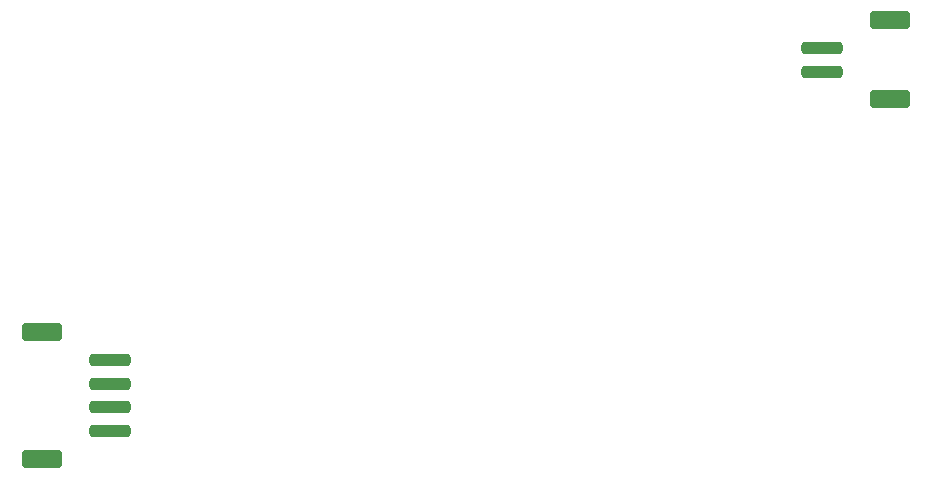
<source format=gbr>
%TF.GenerationSoftware,KiCad,Pcbnew,9.0.4*%
%TF.CreationDate,2025-11-11T21:51:20-08:00*%
%TF.ProjectId,latex-launch-2-pcb,6c617465-782d-46c6-9175-6e63682d322d,rev?*%
%TF.SameCoordinates,Original*%
%TF.FileFunction,Paste,Top*%
%TF.FilePolarity,Positive*%
%FSLAX46Y46*%
G04 Gerber Fmt 4.6, Leading zero omitted, Abs format (unit mm)*
G04 Created by KiCad (PCBNEW 9.0.4) date 2025-11-11 21:51:20*
%MOMM*%
%LPD*%
G01*
G04 APERTURE LIST*
G04 Aperture macros list*
%AMRoundRect*
0 Rectangle with rounded corners*
0 $1 Rounding radius*
0 $2 $3 $4 $5 $6 $7 $8 $9 X,Y pos of 4 corners*
0 Add a 4 corners polygon primitive as box body*
4,1,4,$2,$3,$4,$5,$6,$7,$8,$9,$2,$3,0*
0 Add four circle primitives for the rounded corners*
1,1,$1+$1,$2,$3*
1,1,$1+$1,$4,$5*
1,1,$1+$1,$6,$7*
1,1,$1+$1,$8,$9*
0 Add four rect primitives between the rounded corners*
20,1,$1+$1,$2,$3,$4,$5,0*
20,1,$1+$1,$4,$5,$6,$7,0*
20,1,$1+$1,$6,$7,$8,$9,0*
20,1,$1+$1,$8,$9,$2,$3,0*%
G04 Aperture macros list end*
%ADD10RoundRect,0.250001X1.449999X-0.499999X1.449999X0.499999X-1.449999X0.499999X-1.449999X-0.499999X0*%
%ADD11RoundRect,0.250000X1.500000X-0.250000X1.500000X0.250000X-1.500000X0.250000X-1.500000X-0.250000X0*%
%ADD12RoundRect,0.250000X-1.500000X0.250000X-1.500000X-0.250000X1.500000X-0.250000X1.500000X0.250000X0*%
%ADD13RoundRect,0.250001X-1.449999X0.499999X-1.449999X-0.499999X1.449999X-0.499999X1.449999X0.499999X0*%
G04 APERTURE END LIST*
D10*
%TO.C,J3*%
X186034000Y-83518000D03*
X186034000Y-90218000D03*
D11*
X180284000Y-85868000D03*
X180284000Y-87868000D03*
%TD*%
D12*
%TO.C,J4*%
X120050000Y-112300000D03*
X120050000Y-114300000D03*
X120050000Y-116300000D03*
X120050000Y-118300000D03*
D13*
X114300000Y-109950000D03*
X114300000Y-120650000D03*
%TD*%
M02*

</source>
